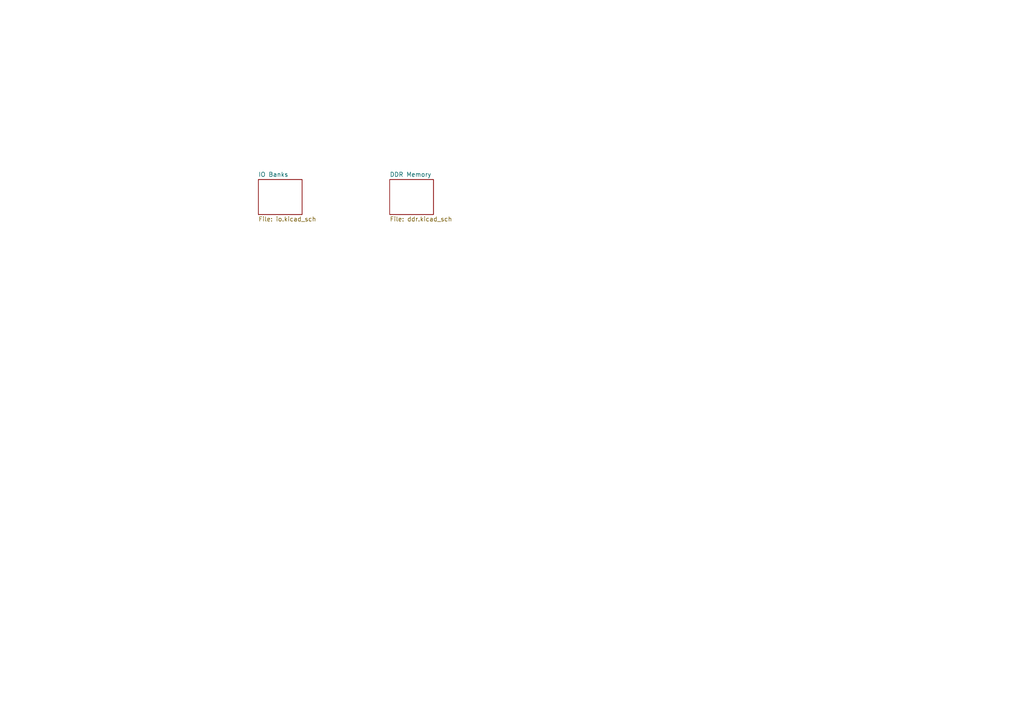
<source format=kicad_sch>
(kicad_sch
	(version 20250114)
	(generator "eeschema")
	(generator_version "9.0")
	(uuid "de32abb0-ff3b-4c67-a91a-eed08140b1b2")
	(paper "A4")
	(lib_symbols)
	(sheet
		(at 113.03 52.07)
		(size 12.7 10.16)
		(exclude_from_sim no)
		(in_bom yes)
		(on_board yes)
		(dnp no)
		(fields_autoplaced yes)
		(stroke
			(width 0.1524)
			(type solid)
		)
		(fill
			(color 0 0 0 0.0000)
		)
		(uuid "70285655-daa5-4a1b-b29b-80c93a345d65")
		(property "Sheetname" "DDR Memory"
			(at 113.03 51.3584 0)
			(effects
				(font
					(size 1.27 1.27)
				)
				(justify left bottom)
			)
		)
		(property "Sheetfile" "ddr.kicad_sch"
			(at 113.03 62.8146 0)
			(effects
				(font
					(size 1.27 1.27)
				)
				(justify left top)
			)
		)
		(instances
			(project "LFE5UM5G-85F_SOM"
				(path "/de32abb0-ff3b-4c67-a91a-eed08140b1b2"
					(page "3")
				)
			)
		)
	)
	(sheet
		(at 74.93 52.07)
		(size 12.7 10.16)
		(exclude_from_sim no)
		(in_bom yes)
		(on_board yes)
		(dnp no)
		(fields_autoplaced yes)
		(stroke
			(width 0.1524)
			(type solid)
		)
		(fill
			(color 0 0 0 0.0000)
		)
		(uuid "c389ef9b-5ef6-4b55-8e02-1ff1b5373fc6")
		(property "Sheetname" "IO Banks"
			(at 74.93 51.3584 0)
			(effects
				(font
					(size 1.27 1.27)
				)
				(justify left bottom)
			)
		)
		(property "Sheetfile" "io.kicad_sch"
			(at 74.93 62.8146 0)
			(effects
				(font
					(size 1.27 1.27)
				)
				(justify left top)
			)
		)
		(instances
			(project "LFE5UM5G-85F_SOM"
				(path "/de32abb0-ff3b-4c67-a91a-eed08140b1b2"
					(page "4")
				)
			)
		)
	)
	(sheet_instances
		(path "/"
			(page "1")
		)
	)
	(embedded_fonts no)
)

</source>
